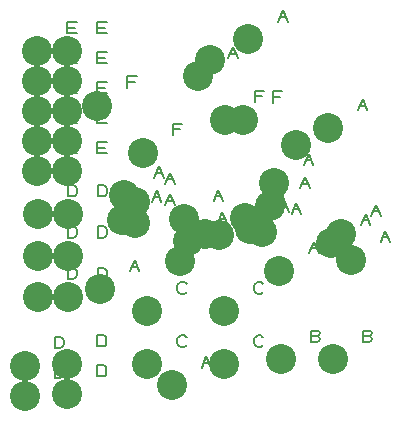
<source format=gbr>
%FSLAX23Y23*%
%MOIN*%
G04 EasyPC Gerber Version 17.0 Build 3379 *
%ADD10C,0.00500*%
%ADD73C,0.10000*%
X0Y0D02*
D02*
D10*
X566Y435D02*
Y473D01*
X585*
X591Y470*
X594Y467*
X598Y460*
Y448*
X594Y442*
X591Y438*
X585Y435*
X566*
Y535D02*
Y573D01*
X585*
X591Y570*
X594Y567*
X598Y560*
Y548*
X594Y542*
X591Y538*
X585Y535*
X566*
X608Y1185D02*
Y1223D01*
X640*
X633Y1204D02*
X608D01*
Y1185D02*
X640D01*
X608Y1285D02*
Y1323D01*
X640*
X633Y1304D02*
X608D01*
Y1285D02*
X640D01*
X608Y1385D02*
Y1423D01*
X640*
X633Y1404D02*
X608D01*
Y1385D02*
X640D01*
X608Y1485D02*
Y1523D01*
X640*
X633Y1504D02*
X608D01*
Y1485D02*
X640D01*
X608Y1585D02*
Y1623D01*
X640*
X633Y1604D02*
X608D01*
Y1585D02*
X640D01*
X610Y1041D02*
Y1079D01*
X628*
X635Y1076*
X638Y1072*
X641Y1066*
Y1054*
X638Y1047*
X635Y1044*
X628Y1041*
X610*
X610Y766D02*
Y803D01*
X629*
X635Y800*
X638Y797*
X641Y791*
Y778*
X638Y772*
X635Y769*
X629Y766*
X610*
Y903D02*
Y941D01*
X629*
X635Y938*
X638Y935*
X641Y928*
Y916*
X638Y910*
X635Y907*
X629Y903*
X610*
X708Y441D02*
Y479D01*
X727*
X733Y476*
X736Y472*
X739Y466*
Y454*
X736Y447*
X733Y444*
X727Y441*
X708*
Y541D02*
Y579D01*
X727*
X733Y576*
X736Y572*
X739Y566*
Y554*
X736Y547*
X733Y544*
X727Y541*
X708*
X708Y1185D02*
Y1223D01*
X740*
X733Y1204D02*
X708D01*
Y1185D02*
X740D01*
X708Y1285D02*
Y1323D01*
X740*
X733Y1304D02*
X708D01*
Y1285D02*
X740D01*
X708Y1385D02*
Y1423D01*
X740*
X733Y1404D02*
X708D01*
Y1385D02*
X740D01*
X708Y1485D02*
Y1523D01*
X740*
X733Y1504D02*
X708D01*
Y1485D02*
X740D01*
X708Y1585D02*
Y1623D01*
X740*
X733Y1604D02*
X708D01*
Y1585D02*
X740D01*
X710Y1041D02*
Y1079D01*
X728*
X735Y1076*
X738Y1072*
X741Y1066*
Y1054*
X738Y1047*
X735Y1044*
X728Y1041*
X710*
X710Y766D02*
Y803D01*
X729*
X735Y800*
X738Y797*
X741Y791*
Y778*
X738Y772*
X735Y769*
X729Y766*
X710*
Y903D02*
Y941D01*
X729*
X735Y938*
X738Y935*
X741Y928*
Y916*
X738Y910*
X735Y907*
X729Y903*
X710*
X808Y1403D02*
Y1441D01*
X840*
X833Y1422D02*
X808D01*
X818Y791D02*
X834Y829D01*
X849Y791*
X824Y807D02*
X843D01*
X891Y1024D02*
X907Y1061D01*
X922Y1024*
X897Y1039D02*
X916D01*
X899Y1104D02*
X915Y1142D01*
X930Y1104*
X905Y1120D02*
X924D01*
X934Y1012D02*
X950Y1049D01*
X966Y1012*
X941Y1027D02*
X959D01*
X934Y1083D02*
X950Y1120D01*
X966Y1083*
X941Y1098D02*
X959D01*
X960Y1246D02*
Y1283D01*
X991*
X985Y1265D02*
X960D01*
X1007Y546D02*
X1003Y543D01*
X997Y540*
X988*
X982Y543*
X978Y546*
X975Y553*
Y565*
X978Y571*
X982Y574*
X988Y578*
X997*
X1003Y574*
X1007Y571*
Y723D02*
X1003Y720D01*
X997Y717*
X988*
X982Y720*
X978Y723*
X975Y730*
Y742*
X978Y748*
X982Y752*
X988Y755*
X997*
X1003Y752*
X1007Y748*
X1056Y470D02*
X1072Y508D01*
X1088Y470*
X1063Y486D02*
X1081D01*
X1084Y886D02*
X1100Y923D01*
X1115Y886*
X1090Y901D02*
X1109D01*
X1096Y1025D02*
X1111Y1063D01*
X1127Y1025*
X1102Y1041D02*
X1121D01*
X1110Y951D02*
X1125Y988D01*
X1141Y951*
X1116Y966D02*
X1135D01*
X1145Y1502D02*
X1161Y1539D01*
X1176Y1502*
X1151Y1517D02*
X1170D01*
X1167Y974D02*
X1182Y1012D01*
X1198Y974*
X1173Y990D02*
X1192D01*
X1184Y1555D02*
X1200Y1593D01*
X1216Y1555*
X1191Y1571D02*
X1209D01*
X1214Y972D02*
X1230Y1010D01*
X1245Y972*
X1220Y988D02*
X1239D01*
X1262Y546D02*
X1259Y543D01*
X1253Y540*
X1244*
X1237Y543*
X1234Y546*
X1231Y553*
Y565*
X1234Y571*
X1237Y574*
X1244Y578*
X1253*
X1259Y574*
X1262Y571*
Y723D02*
X1259Y720D01*
X1253Y717*
X1244*
X1237Y720*
X1234Y723*
X1231Y730*
Y742*
X1234Y748*
X1237Y752*
X1244Y755*
X1253*
X1259Y752*
X1262Y748*
X1234Y1356D02*
Y1394D01*
X1265*
X1259Y1375D02*
X1234D01*
X1293Y1354D02*
Y1392D01*
X1324*
X1318Y1373D02*
X1293D01*
X1301Y1029D02*
X1316Y1067D01*
X1332Y1029*
X1307Y1045D02*
X1326D01*
X1312Y1624D02*
X1328Y1661D01*
X1344Y1624*
X1319Y1640D02*
X1337D01*
X1316Y990D02*
X1332Y1028D01*
X1348Y990*
X1323Y1006D02*
X1341D01*
X1356Y982D02*
X1371Y1020D01*
X1387Y982*
X1362Y998D02*
X1381D01*
X1385Y1069D02*
X1401Y1106D01*
X1416Y1069*
X1391Y1084D02*
X1410D01*
X1397Y1146D02*
X1413Y1183D01*
X1428Y1146*
X1403Y1161D02*
X1422D01*
X1415Y852D02*
X1430Y890D01*
X1446Y852*
X1421Y868D02*
X1440D01*
X1442Y576D02*
X1448Y573D01*
X1452Y566*
X1448Y560*
X1442Y557*
X1420*
Y594*
X1442*
X1448Y591*
X1452Y585*
X1448Y579*
X1442Y576*
X1420*
X1470Y1272D02*
X1485Y1309D01*
X1501Y1272*
X1476Y1287D02*
X1495D01*
X1578Y1329D02*
X1594Y1366D01*
X1609Y1329*
X1584Y1344D02*
X1603D01*
X1588Y947D02*
X1604Y984D01*
X1619Y947*
X1594Y962D02*
X1613D01*
X1615Y576D02*
X1622Y573D01*
X1625Y566*
X1622Y560*
X1615Y557*
X1594*
Y594*
X1615*
X1622Y591*
X1625Y585*
X1622Y579*
X1615Y576*
X1594*
X1621Y976D02*
X1637Y1014D01*
X1653Y976*
X1628Y992D02*
X1646D01*
X1653Y890D02*
X1669Y927D01*
X1684Y890*
X1659Y905D02*
X1678D01*
D02*
D73*
X466Y376D03*
Y476D03*
X508Y1126D03*
Y1226D03*
Y1326D03*
Y1426D03*
Y1526D03*
X510Y982D03*
X510Y706D03*
Y844D03*
X608Y382D03*
Y482D03*
X608Y1126D03*
Y1226D03*
Y1326D03*
Y1426D03*
Y1526D03*
X610Y982D03*
X610Y706D03*
Y844D03*
X708Y1344D03*
X718Y732D03*
X791Y964D03*
X799Y1045D03*
X834Y952D03*
Y1023D03*
X860Y1187D03*
X875Y481D03*
Y658D03*
X956Y411D03*
X984Y826D03*
X996Y966D03*
X1010Y891D03*
X1045Y1442D03*
X1067Y915D03*
X1084Y1496D03*
X1114Y913D03*
X1131Y481D03*
Y658D03*
X1134Y1297D03*
X1193Y1295D03*
X1201Y970D03*
X1212Y1565D03*
X1216Y931D03*
X1256Y923D03*
X1285Y1009D03*
X1297Y1086D03*
X1315Y793D03*
X1320Y498D03*
X1370Y1212D03*
X1478Y1269D03*
X1488Y887D03*
X1494Y498D03*
X1521Y917D03*
X1553Y830D03*
X0Y0D02*
M02*

</source>
